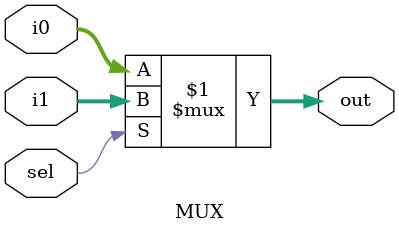
<source format=v>
`timescale 1ns/1ps

module MUX(out, i0, i1, sel);
    input [15:0] i0, i1;
    input sel;
    output [15:0] out;
    
    assign out = sel?i1:i0;

endmodule
</source>
